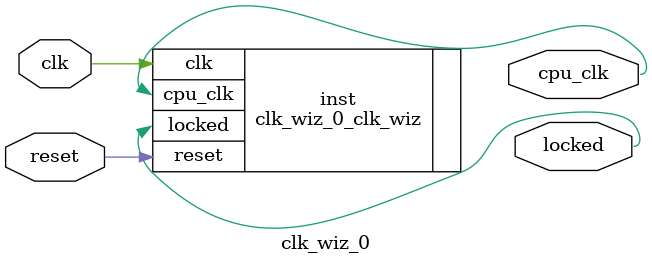
<source format=v>


`timescale 1ps/1ps

(* CORE_GENERATION_INFO = "clk_wiz_0,clk_wiz_v6_0_1_0_0,{component_name=clk_wiz_0,use_phase_alignment=true,use_min_o_jitter=false,use_max_i_jitter=false,use_dyn_phase_shift=false,use_inclk_switchover=false,use_dyn_reconfig=false,enable_axi=0,feedback_source=FDBK_AUTO,PRIMITIVE=MMCM,num_out_clk=1,clkin1_period=10.000,clkin2_period=10.000,use_power_down=false,use_reset=true,use_locked=true,use_inclk_stopped=false,feedback_type=SINGLE,CLOCK_MGR_TYPE=NA,manual_override=false}" *)

module clk_wiz_0 
 (
  // Clock out ports
  output        cpu_clk,
  // Status and control signals
  input         reset,
  output        locked,
 // Clock in ports
  input         clk
 );

  clk_wiz_0_clk_wiz inst
  (
  // Clock out ports  
  .cpu_clk(cpu_clk),
  // Status and control signals               
  .reset(reset), 
  .locked(locked),
 // Clock in ports
  .clk(clk)
  );

endmodule

</source>
